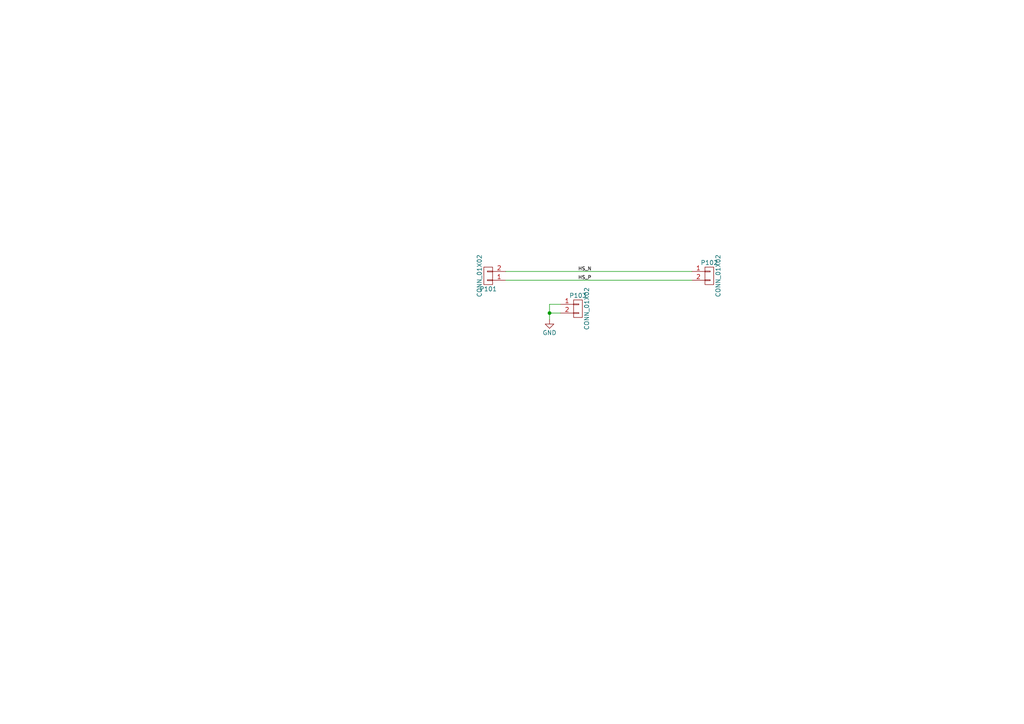
<source format=kicad_sch>
(kicad_sch (version 20230121) (generator eeschema)
  (paper "A4")
  (lib_symbols
    (symbol "simple-rescue:CONN_01X02" (pin_names (offset 1.016) hide)
      (property "Reference" "P" (at 0 3.81 0))
      (property "Value" "CONN_01X02" (at 2.54 0 90))
      (symbol "CONN_01X02_0_1"
        (rectangle (start -1.27 -1.143) (end 0.254 -1.397))
        (rectangle (start -1.27 1.397) (end 0.254 1.143))
        (rectangle (start -1.27 2.54) (end 1.27 -2.54))
      )
      (symbol "CONN_01X02_1_1"
        (pin passive line (at -5.08 1.27 0) (length 3.81) (name "P1") (number "1"))
        (pin passive line (at -5.08 -1.27 0) (length 3.81) (name "P2") (number "2"))
      )
    )
    (symbol "simple-rescue:GND" (power) (pin_names (offset 0))
      (property "Value" "GND" (at 0 -3.81 0))
      (symbol "GND_0_1"
        (polyline (pts (xy 0 0) (xy 0 -1.27) (xy 1.27 -1.27) (xy 0 -2.54) (xy -1.27 -1.27) (xy 0 -1.27)))
      )
      (symbol "GND_1_1"
        (pin power_in line (at 0 0 270) (length 0) hide (name "GND") (number "1"))
      )
    )
  )
  (junction (at 159.385 90.805))
  (wire (pts (xy 159.385 90.805) (xy 159.385 92.71)))
  (wire (pts (xy 146.685 78.74) (xy 200.66 78.74)))
  (wire (pts (xy 162.56 90.805) (xy 159.385 90.805)))
  (wire (pts (xy 159.385 88.265) (xy 159.385 90.805)))
  (wire (pts (xy 146.685 81.28) (xy 200.66 81.28)))
  (wire (pts (xy 162.56 88.265) (xy 159.385 88.265)))
  (label "HS_N" (at 167.64 78.74 0) (effects (font (size 0.9906 0.9906))))
  (label "HS_P" (at 167.64 81.28 0) (effects (font (size 0.9906 0.9906))))
  (symbol (lib_id "simple-rescue:CONN_01X02") (at 205.74 80.01 0) (unit 1)
    (property "Reference" "P102" (at 205.74 76.2 0))
    (property "Value" "CONN_01X02" (at 208.28 80.01 90))
    (property "Footprint" "test:TEST_01x02_05mm" (effects hide))
  )
  (symbol (lib_id "simple-rescue:CONN_01X02") (at 141.605 80.01 180) (unit 1)
    (property "Reference" "P101" (at 141.605 83.82 0))
    (property "Value" "CONN_01X02" (at 139.065 80.01 90))
    (property "Footprint" "test:TEST_01x02_05mm" (effects hide))
  )
  (symbol (lib_id "simple-rescue:GND") (at 159.385 92.71 0) (unit 1)
    (property "Reference" "#PWR01" (effects hide))
    (property "Value" "GND" (at 159.385 96.52 0))
  )
  (symbol (lib_id "simple-rescue:CONN_01X02") (at 167.64 89.535 0) (unit 1)
    (property "Reference" "P103" (at 167.64 85.725 0))
    (property "Value" "CONN_01X02" (at 170.18 89.535 90))
    (property "Footprint" "Connectors_254mm:pin_array_2x1" (effects hide))
  )
)
</source>
